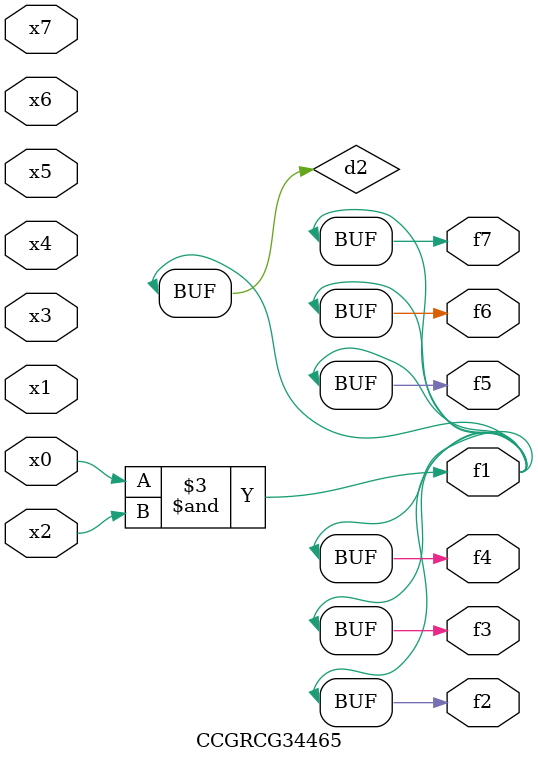
<source format=v>
module CCGRCG34465(
	input x0, x1, x2, x3, x4, x5, x6, x7,
	output f1, f2, f3, f4, f5, f6, f7
);

	wire d1, d2;

	nor (d1, x3, x6);
	and (d2, x0, x2);
	assign f1 = d2;
	assign f2 = d2;
	assign f3 = d2;
	assign f4 = d2;
	assign f5 = d2;
	assign f6 = d2;
	assign f7 = d2;
endmodule

</source>
